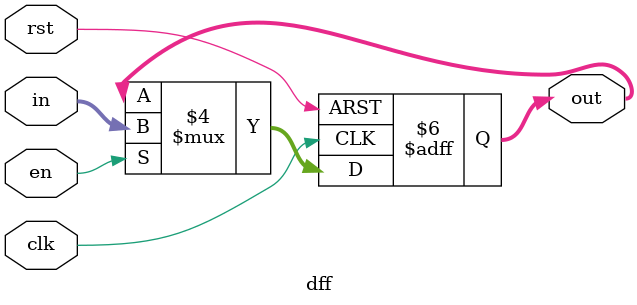
<source format=v>
`include "def.vh"

module dff
#(
    parameter WIDTH = 32
)
(
    input wire clk, rst, en,
    input wire [WIDTH-1:0] in,
    
    output reg [WIDTH-1:0] out
);

    initial out = 0;

    always @(posedge clk, negedge rst) begin
        if (!rst)
            out<=0;
        else if (en)
            out<= in;
    end

endmodule
</source>
